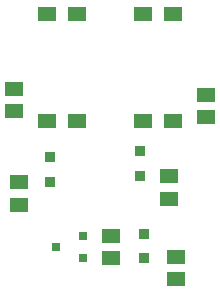
<source format=gtp>
%FSTAX36Y36*%
%MOIN*%
%SFA1B1*%

%IPPOS*%
%ADD10R,0.035430X0.035430*%
%ADD11R,0.059060X0.051180*%
%ADD12R,0.031500X0.031500*%
%ADD13R,0.059060X0.051180*%
%LNpcb1-1*%
%LPD*%
G54D10*
X00061079Y-00001417D03*
Y-00009685D03*
X00029533Y00024096D03*
Y00015828D03*
X00059534Y00026096D03*
Y00017828D03*
G54D11*
X00017653Y00039402D03*
Y00046882D03*
X00081653Y00044882D03*
Y00037402D03*
X00069152Y00017785D03*
Y00010305D03*
X00019152Y00015785D03*
Y00008305D03*
X00050036Y-00009506D03*
Y-00002026D03*
X00071472Y-00009142D03*
Y-00016622D03*
G54D12*
X00031528Y-00005766D03*
X00040543Y-00009506D03*
Y-00002026D03*
G54D13*
X00028534Y00071678D03*
X00038533D03*
Y00036245D03*
X00028534D03*
X00060533Y00071678D03*
X00070534D03*
Y00036245D03*
X00060533D03*
M02*
</source>
